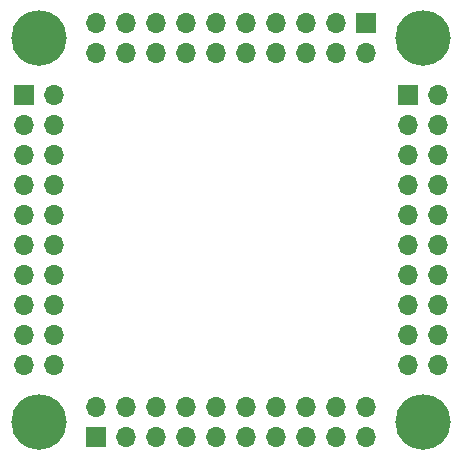
<source format=gbl>
%TF.GenerationSoftware,KiCad,Pcbnew,6.0.0*%
%TF.CreationDate,2022-01-11T23:33:24+00:00*%
%TF.ProjectId,qfp-80-breakout,7166702d-3830-42d6-9272-65616b6f7574,rev?*%
%TF.SameCoordinates,Original*%
%TF.FileFunction,Copper,L2,Bot*%
%TF.FilePolarity,Positive*%
%FSLAX46Y46*%
G04 Gerber Fmt 4.6, Leading zero omitted, Abs format (unit mm)*
G04 Created by KiCad (PCBNEW 6.0.0) date 2022-01-11 23:33:24*
%MOMM*%
%LPD*%
G01*
G04 APERTURE LIST*
%TA.AperFunction,ComponentPad*%
%ADD10O,1.700000X1.700000*%
%TD*%
%TA.AperFunction,ComponentPad*%
%ADD11R,1.700000X1.700000*%
%TD*%
%TA.AperFunction,ComponentPad*%
%ADD12C,4.700000*%
%TD*%
G04 APERTURE END LIST*
D10*
%TO.P,REF\u002A\u002A,20*%
%TO.N,N/C*%
X171196000Y-121920000D03*
%TO.P,REF\u002A\u002A,19*%
X168656000Y-121920000D03*
%TO.P,REF\u002A\u002A,18*%
X171196000Y-119380000D03*
%TO.P,REF\u002A\u002A,17*%
X168656000Y-119380000D03*
%TO.P,REF\u002A\u002A,16*%
X171196000Y-116840000D03*
%TO.P,REF\u002A\u002A,15*%
X168656000Y-116840000D03*
%TO.P,REF\u002A\u002A,14*%
X171196000Y-114300000D03*
%TO.P,REF\u002A\u002A,13*%
X168656000Y-114300000D03*
%TO.P,REF\u002A\u002A,12*%
X171196000Y-111760000D03*
%TO.P,REF\u002A\u002A,11*%
X168656000Y-111760000D03*
%TO.P,REF\u002A\u002A,10*%
X171196000Y-109220000D03*
%TO.P,REF\u002A\u002A,9*%
X168656000Y-109220000D03*
%TO.P,REF\u002A\u002A,8*%
X171196000Y-106680000D03*
%TO.P,REF\u002A\u002A,7*%
X168656000Y-106680000D03*
%TO.P,REF\u002A\u002A,6*%
X171196000Y-104140000D03*
%TO.P,REF\u002A\u002A,5*%
X168656000Y-104140000D03*
%TO.P,REF\u002A\u002A,4*%
X171196000Y-101600000D03*
%TO.P,REF\u002A\u002A,3*%
X168656000Y-101600000D03*
%TO.P,REF\u002A\u002A,2*%
X171196000Y-99060000D03*
D11*
%TO.P,REF\u002A\u002A,1*%
X168656000Y-99060000D03*
%TD*%
D10*
%TO.P,REF\u002A\u002A,20*%
%TO.N,N/C*%
X197612000Y-125476000D03*
%TO.P,REF\u002A\u002A,19*%
X197612000Y-128016000D03*
%TO.P,REF\u002A\u002A,18*%
X195072000Y-125476000D03*
%TO.P,REF\u002A\u002A,17*%
X195072000Y-128016000D03*
%TO.P,REF\u002A\u002A,16*%
X192532000Y-125476000D03*
%TO.P,REF\u002A\u002A,15*%
X192532000Y-128016000D03*
%TO.P,REF\u002A\u002A,14*%
X189992000Y-125476000D03*
%TO.P,REF\u002A\u002A,13*%
X189992000Y-128016000D03*
%TO.P,REF\u002A\u002A,12*%
X187452000Y-125476000D03*
%TO.P,REF\u002A\u002A,11*%
X187452000Y-128016000D03*
%TO.P,REF\u002A\u002A,10*%
X184912000Y-125476000D03*
%TO.P,REF\u002A\u002A,9*%
X184912000Y-128016000D03*
%TO.P,REF\u002A\u002A,8*%
X182372000Y-125476000D03*
%TO.P,REF\u002A\u002A,7*%
X182372000Y-128016000D03*
%TO.P,REF\u002A\u002A,6*%
X179832000Y-125476000D03*
%TO.P,REF\u002A\u002A,5*%
X179832000Y-128016000D03*
%TO.P,REF\u002A\u002A,4*%
X177292000Y-125476000D03*
%TO.P,REF\u002A\u002A,3*%
X177292000Y-128016000D03*
%TO.P,REF\u002A\u002A,2*%
X174752000Y-125476000D03*
D11*
%TO.P,REF\u002A\u002A,1*%
X174752000Y-128016000D03*
%TD*%
D10*
%TO.P,REF\u002A\u002A,20*%
%TO.N,N/C*%
X174752000Y-95504000D03*
%TO.P,REF\u002A\u002A,19*%
X174752000Y-92964000D03*
%TO.P,REF\u002A\u002A,18*%
X177292000Y-95504000D03*
%TO.P,REF\u002A\u002A,17*%
X177292000Y-92964000D03*
%TO.P,REF\u002A\u002A,16*%
X179832000Y-95504000D03*
%TO.P,REF\u002A\u002A,15*%
X179832000Y-92964000D03*
%TO.P,REF\u002A\u002A,14*%
X182372000Y-95504000D03*
%TO.P,REF\u002A\u002A,13*%
X182372000Y-92964000D03*
%TO.P,REF\u002A\u002A,12*%
X184912000Y-95504000D03*
%TO.P,REF\u002A\u002A,11*%
X184912000Y-92964000D03*
%TO.P,REF\u002A\u002A,10*%
X187452000Y-95504000D03*
%TO.P,REF\u002A\u002A,9*%
X187452000Y-92964000D03*
%TO.P,REF\u002A\u002A,8*%
X189992000Y-95504000D03*
%TO.P,REF\u002A\u002A,7*%
X189992000Y-92964000D03*
%TO.P,REF\u002A\u002A,6*%
X192532000Y-95504000D03*
%TO.P,REF\u002A\u002A,5*%
X192532000Y-92964000D03*
%TO.P,REF\u002A\u002A,4*%
X195072000Y-95504000D03*
%TO.P,REF\u002A\u002A,3*%
X195072000Y-92964000D03*
%TO.P,REF\u002A\u002A,2*%
X197612000Y-95504000D03*
D11*
%TO.P,REF\u002A\u002A,1*%
X197612000Y-92964000D03*
%TD*%
D10*
%TO.P,REF\u002A\u002A,20*%
%TO.N,N/C*%
X203708000Y-121920000D03*
%TO.P,REF\u002A\u002A,19*%
X201168000Y-121920000D03*
%TO.P,REF\u002A\u002A,18*%
X203708000Y-119380000D03*
%TO.P,REF\u002A\u002A,17*%
X201168000Y-119380000D03*
%TO.P,REF\u002A\u002A,16*%
X203708000Y-116840000D03*
%TO.P,REF\u002A\u002A,15*%
X201168000Y-116840000D03*
%TO.P,REF\u002A\u002A,14*%
X203708000Y-114300000D03*
%TO.P,REF\u002A\u002A,13*%
X201168000Y-114300000D03*
%TO.P,REF\u002A\u002A,12*%
X203708000Y-111760000D03*
%TO.P,REF\u002A\u002A,11*%
X201168000Y-111760000D03*
%TO.P,REF\u002A\u002A,10*%
X203708000Y-109220000D03*
%TO.P,REF\u002A\u002A,9*%
X201168000Y-109220000D03*
%TO.P,REF\u002A\u002A,8*%
X203708000Y-106680000D03*
%TO.P,REF\u002A\u002A,7*%
X201168000Y-106680000D03*
%TO.P,REF\u002A\u002A,6*%
X203708000Y-104140000D03*
%TO.P,REF\u002A\u002A,5*%
X201168000Y-104140000D03*
%TO.P,REF\u002A\u002A,4*%
X203708000Y-101600000D03*
%TO.P,REF\u002A\u002A,3*%
X201168000Y-101600000D03*
%TO.P,REF\u002A\u002A,2*%
X203708000Y-99060000D03*
D11*
%TO.P,REF\u002A\u002A,1*%
X201168000Y-99060000D03*
%TD*%
D12*
%TO.P,REF\u002A\u002A,1*%
%TO.N,N/C*%
X169926000Y-126746000D03*
%TD*%
%TO.P,REF\u002A\u002A,1*%
%TO.N,N/C*%
X202438000Y-126746000D03*
%TD*%
%TO.P,REF\u002A\u002A,1*%
%TO.N,N/C*%
X202438000Y-94234000D03*
%TD*%
%TO.P,REF\u002A\u002A,1*%
%TO.N,N/C*%
X169926000Y-94234000D03*
%TD*%
M02*

</source>
